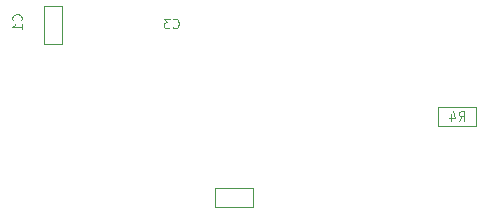
<source format=gbr>
G04 #@! TF.GenerationSoftware,KiCad,Pcbnew,(5.1.5-0-10_14)*
G04 #@! TF.CreationDate,2020-06-28T15:17:39+02:00*
G04 #@! TF.ProjectId,ESP8266-PowerMonitor,45535038-3236-4362-9d50-6f7765724d6f,rev?*
G04 #@! TF.SameCoordinates,Original*
G04 #@! TF.FileFunction,Other,Fab,Bot*
%FSLAX46Y46*%
G04 Gerber Fmt 4.6, Leading zero omitted, Abs format (unit mm)*
G04 Created by KiCad (PCBNEW (5.1.5-0-10_14)) date 2020-06-28 15:17:39*
%MOMM*%
%LPD*%
G04 APERTURE LIST*
%ADD10C,0.100000*%
%ADD11C,0.120000*%
G04 APERTURE END LIST*
D10*
X153112500Y-116350000D02*
X156312500Y-116350000D01*
X153112500Y-114750000D02*
X153112500Y-116350000D01*
X156312500Y-114750000D02*
X153112500Y-114750000D01*
X156312500Y-116350000D02*
X156312500Y-114750000D01*
X175237500Y-109450000D02*
X175237500Y-107850000D01*
X175237500Y-107850000D02*
X172037500Y-107850000D01*
X172037500Y-107850000D02*
X172037500Y-109450000D01*
X172037500Y-109450000D02*
X175237500Y-109450000D01*
X138600000Y-102500000D02*
X140200000Y-102500000D01*
X140200000Y-102500000D02*
X140200000Y-99300000D01*
X140200000Y-99300000D02*
X138600000Y-99300000D01*
X138600000Y-99300000D02*
X138600000Y-102500000D01*
D11*
X173770833Y-109011904D02*
X174037500Y-108630952D01*
X174227976Y-109011904D02*
X174227976Y-108211904D01*
X173923214Y-108211904D01*
X173847023Y-108250000D01*
X173808928Y-108288095D01*
X173770833Y-108364285D01*
X173770833Y-108478571D01*
X173808928Y-108554761D01*
X173847023Y-108592857D01*
X173923214Y-108630952D01*
X174227976Y-108630952D01*
X173085119Y-108478571D02*
X173085119Y-109011904D01*
X173275595Y-108173809D02*
X173466071Y-108745238D01*
X172970833Y-108745238D01*
X136685714Y-100516666D02*
X136723809Y-100478571D01*
X136761904Y-100364285D01*
X136761904Y-100288095D01*
X136723809Y-100173809D01*
X136647619Y-100097619D01*
X136571428Y-100059523D01*
X136419047Y-100021428D01*
X136304761Y-100021428D01*
X136152380Y-100059523D01*
X136076190Y-100097619D01*
X136000000Y-100173809D01*
X135961904Y-100288095D01*
X135961904Y-100364285D01*
X136000000Y-100478571D01*
X136038095Y-100516666D01*
X136761904Y-101278571D02*
X136761904Y-100821428D01*
X136761904Y-101050000D02*
X135961904Y-101050000D01*
X136076190Y-100973809D01*
X136152380Y-100897619D01*
X136190476Y-100821428D01*
X149545833Y-101090713D02*
X149583928Y-101128808D01*
X149698214Y-101166903D01*
X149774404Y-101166903D01*
X149888690Y-101128808D01*
X149964880Y-101052618D01*
X150002976Y-100976427D01*
X150041071Y-100824046D01*
X150041071Y-100709760D01*
X150002976Y-100557379D01*
X149964880Y-100481189D01*
X149888690Y-100404999D01*
X149774404Y-100366903D01*
X149698214Y-100366903D01*
X149583928Y-100404999D01*
X149545833Y-100443094D01*
X149279166Y-100366903D02*
X148783928Y-100366903D01*
X149050595Y-100671665D01*
X148936309Y-100671665D01*
X148860119Y-100709760D01*
X148822023Y-100747856D01*
X148783928Y-100824046D01*
X148783928Y-101014522D01*
X148822023Y-101090713D01*
X148860119Y-101128808D01*
X148936309Y-101166903D01*
X149164880Y-101166903D01*
X149241071Y-101128808D01*
X149279166Y-101090713D01*
M02*

</source>
